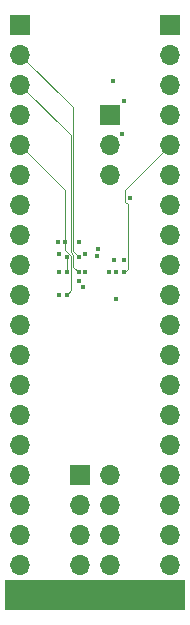
<source format=gbr>
%TF.GenerationSoftware,KiCad,Pcbnew,8.0.0*%
%TF.CreationDate,2024-03-15T22:25:50+11:00*%
%TF.ProjectId,PCAL6534EV-breakout,5043414c-3635-4333-9445-562d62726561,rev?*%
%TF.SameCoordinates,Original*%
%TF.FileFunction,Copper,L3,Inr*%
%TF.FilePolarity,Positive*%
%FSLAX46Y46*%
G04 Gerber Fmt 4.6, Leading zero omitted, Abs format (unit mm)*
G04 Created by KiCad (PCBNEW 8.0.0) date 2024-03-15 22:25:50*
%MOMM*%
%LPD*%
G01*
G04 APERTURE LIST*
%TA.AperFunction,ComponentPad*%
%ADD10R,1.700000X1.700000*%
%TD*%
%TA.AperFunction,ComponentPad*%
%ADD11O,1.700000X1.700000*%
%TD*%
%TA.AperFunction,ViaPad*%
%ADD12C,0.450000*%
%TD*%
%TA.AperFunction,ViaPad*%
%ADD13C,0.800000*%
%TD*%
%TA.AperFunction,Conductor*%
%ADD14C,0.090000*%
%TD*%
G04 APERTURE END LIST*
D10*
%TO.N,GND*%
%TO.C,J4*%
X153725000Y-124450000D03*
D11*
%TO.N,P2_0*%
X156265000Y-124450000D03*
%TO.N,P1_6*%
X153725000Y-126990000D03*
%TO.N,P2_2*%
X156265000Y-126990000D03*
%TO.N,P1_7*%
X153725000Y-129530000D03*
%TO.N,P2_1*%
X156265000Y-129530000D03*
%TO.N,P1_4*%
X153725000Y-132070000D03*
%TO.N,GND*%
X156265000Y-132070000D03*
%TD*%
D10*
%TO.N,GND*%
%TO.C,J3*%
X161350000Y-86350000D03*
D11*
%TO.N,+3V3*%
X161350000Y-88890000D03*
%TO.N,VIO*%
X161350000Y-91430000D03*
%TO.N,GND*%
X161350000Y-93970000D03*
%TO.N,/~{RESET}*%
X161350000Y-96510000D03*
%TO.N,GND*%
X161350000Y-99050000D03*
%TO.N,P4_1*%
X161350000Y-101590000D03*
%TO.N,P4_0*%
X161350000Y-104130000D03*
%TO.N,P3_7*%
X161350000Y-106670000D03*
%TO.N,P3_6*%
X161350000Y-109210000D03*
%TO.N,P3_5*%
X161350000Y-111750000D03*
%TO.N,P3_3*%
X161350000Y-114290000D03*
%TO.N,P3_2*%
X161350000Y-116830000D03*
%TO.N,P3_0*%
X161350000Y-119370000D03*
%TO.N,P2_7*%
X161350000Y-121910000D03*
%TO.N,P2_5*%
X161350000Y-124450000D03*
%TO.N,P2_6*%
X161350000Y-126990000D03*
%TO.N,P2_4*%
X161350000Y-129530000D03*
%TO.N,P2_3*%
X161350000Y-132070000D03*
%TO.N,GND*%
X161350000Y-134610000D03*
%TD*%
D10*
%TO.N,GND*%
%TO.C,J2*%
X148650000Y-86350000D03*
D11*
%TO.N,/SCL*%
X148650000Y-88890000D03*
%TO.N,/SDA*%
X148650000Y-91430000D03*
%TO.N,GND*%
X148650000Y-93970000D03*
%TO.N,/~{INT}*%
X148650000Y-96510000D03*
%TO.N,GND*%
X148650000Y-99050000D03*
%TO.N,P3_4*%
X148650000Y-101590000D03*
%TO.N,P0_2*%
X148650000Y-104130000D03*
%TO.N,P0_1*%
X148650000Y-106670000D03*
%TO.N,P0_5*%
X148650000Y-109210000D03*
%TO.N,P0_0*%
X148650000Y-111750000D03*
%TO.N,P0_4*%
X148650000Y-114290000D03*
%TO.N,P0_3*%
X148650000Y-116830000D03*
%TO.N,P0_7*%
X148650000Y-119370000D03*
%TO.N,P0_6*%
X148650000Y-121910000D03*
%TO.N,P1_2*%
X148650000Y-124450000D03*
%TO.N,P1_1*%
X148650000Y-126990000D03*
%TO.N,P1_5*%
X148650000Y-129530000D03*
%TO.N,P1_3*%
X148650000Y-132070000D03*
%TO.N,GND*%
X148650000Y-134610000D03*
%TD*%
D10*
%TO.N,+3V3*%
%TO.C,JP1*%
X156270000Y-93985000D03*
D11*
%TO.N,/V_{DD(P)}*%
X156270000Y-96525000D03*
%TO.N,VIO*%
X156270000Y-99065000D03*
%TD*%
D12*
%TO.N,GND*%
X156777996Y-109605002D03*
D13*
X152460000Y-133975000D03*
X153095000Y-134610000D03*
X153730000Y-133975000D03*
X154365000Y-134610000D03*
D12*
%TO.N,/SDA*%
X153603000Y-107305000D03*
%TO.N,GND*%
X157921002Y-101052000D03*
X157286000Y-95621000D03*
X157413000Y-92827000D03*
X153603000Y-108035000D03*
X151952000Y-109231000D03*
X151825000Y-104765000D03*
X155206978Y-105330000D03*
%TO.N,/ADDR*%
X155200000Y-105908000D03*
%TO.N,GND*%
X156641962Y-106316994D03*
%TO.N,/~{INT}*%
X152587231Y-109231000D03*
X152481000Y-104765000D03*
%TO.N,+3V3*%
X153607000Y-104765000D03*
X157413000Y-106289000D03*
%TO.N,/~{RESET}*%
X157413000Y-107305000D03*
%TO.N,GND*%
X156778000Y-107305000D03*
%TO.N,/V_{DD(P)}*%
X156143000Y-107305000D03*
%TO.N,GND*%
X154185414Y-105783148D03*
X154190000Y-107305000D03*
X151952000Y-107305000D03*
X151952000Y-105781000D03*
%TO.N,/SCL*%
X153602998Y-106035000D03*
%TO.N,Net-(JP4-A)*%
X152587000Y-107305000D03*
X152585883Y-106036117D03*
%TO.N,+3V3*%
X154000000Y-108600000D03*
%TO.N,GND*%
X156500030Y-91152030D03*
D13*
X157540000Y-133975000D03*
X156905000Y-134610000D03*
X156270000Y-133975000D03*
X155635000Y-134610000D03*
X155000000Y-133848000D03*
%TD*%
D14*
%TO.N,/~{INT}*%
X152481000Y-105422116D02*
X152989000Y-105930116D01*
X152989000Y-105930116D02*
X152989000Y-108829231D01*
X152481000Y-104765000D02*
X152481000Y-105422116D01*
X152989000Y-108829231D02*
X152587231Y-109231000D01*
%TO.N,/~{RESET}*%
X157773000Y-101569000D02*
X157773000Y-107072000D01*
X157773000Y-107072000D02*
X157540000Y-107305000D01*
X157540000Y-101336000D02*
X157773000Y-101569000D01*
X157540000Y-100320000D02*
X157540000Y-101336000D01*
X161350000Y-96510000D02*
X157540000Y-100320000D01*
%TO.N,/~{INT}*%
X152481000Y-100341000D02*
X148650000Y-96510000D01*
X152481000Y-104765000D02*
X152481000Y-100341000D01*
%TO.N,/SDA*%
X153169000Y-106871000D02*
X153169000Y-105855558D01*
X152945000Y-95725000D02*
X148650000Y-91430000D01*
X153603000Y-107305000D02*
X153169000Y-106871000D01*
X152945000Y-105631558D02*
X152945000Y-95725000D01*
X153169000Y-105855558D02*
X152945000Y-105631558D01*
%TO.N,/SCL*%
X153125000Y-105557002D02*
X153602998Y-106035000D01*
X153125000Y-93365000D02*
X153125000Y-105557002D01*
X148650000Y-88890000D02*
X153125000Y-93365000D01*
%TO.N,Net-(JP4-A)*%
X152587000Y-106037234D02*
X152585883Y-106036117D01*
X152587000Y-107305000D02*
X152587000Y-106037234D01*
%TD*%
%TA.AperFunction,Conductor*%
%TO.N,GND*%
G36*
X162607113Y-133352887D02*
G01*
X162620000Y-133384000D01*
X162620000Y-135836000D01*
X162607113Y-135867113D01*
X162576000Y-135880000D01*
X147424000Y-135880000D01*
X147392887Y-135867113D01*
X147380000Y-135836000D01*
X147380000Y-133384000D01*
X147392887Y-133352887D01*
X147424000Y-133340000D01*
X162576000Y-133340000D01*
X162607113Y-133352887D01*
G37*
%TD.AperFunction*%
%TD*%
M02*

</source>
